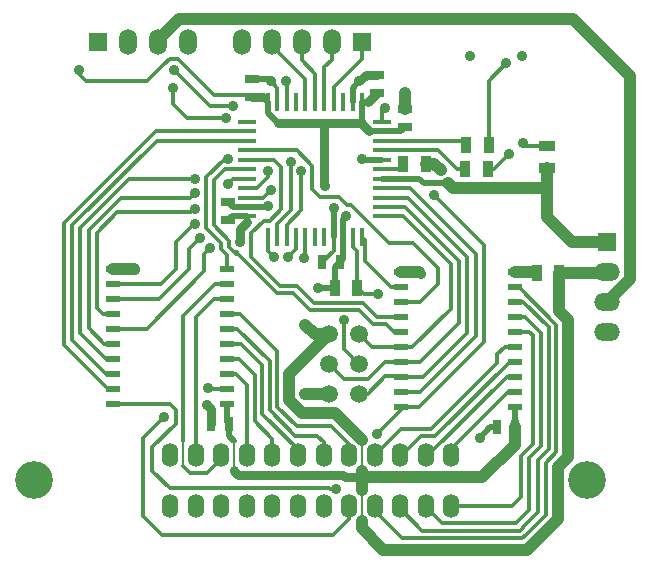
<source format=gbl>
G04 (created by PCBNEW-RS274X (2012-07-14 BZR 3647)-testing) date Mon 16 Jul 2012 01:01:47 AM EEST*
%MOIN*%
G04 Gerber Fmt 3.4, Leading zero omitted, Abs format*
%FSLAX34Y34*%
G01*
G70*
G90*
G04 APERTURE LIST*
%ADD10C,0.006*%
%ADD11C,0.126*%
%ADD12O,0.0551X0.0787*%
%ADD13R,0.06X0.06*%
%ADD14O,0.0591X0.0866*%
%ADD15O,0.0866X0.0591*%
%ADD16R,0.05X0.02*%
%ADD17R,0.035X0.055*%
%ADD18R,0.025X0.045*%
%ADD19R,0.045X0.025*%
%ADD20R,0.016X0.06*%
%ADD21R,0.06X0.016*%
%ADD22R,0.055X0.035*%
%ADD23C,0.0591*%
%ADD24C,0.0354*%
%ADD25C,0.035*%
%ADD26C,0.0315*%
%ADD27C,0.008*%
%ADD28C,0.0394*%
%ADD29C,0.0197*%
%ADD30C,0.0138*%
%ADD31C,0.01*%
G04 APERTURE END LIST*
G54D10*
G54D11*
X50159Y-72598D03*
X68581Y-72598D03*
G54D12*
X59795Y-71754D03*
X60646Y-71754D03*
X61496Y-71754D03*
X62346Y-71754D03*
X63197Y-71754D03*
X64047Y-71754D03*
X58945Y-71754D03*
X58094Y-71754D03*
X57244Y-71754D03*
X56394Y-71754D03*
X55543Y-71754D03*
X54693Y-71754D03*
X54693Y-73442D03*
X57244Y-73442D03*
X58094Y-73442D03*
X58945Y-73442D03*
X59795Y-73442D03*
X60645Y-73442D03*
X61496Y-73442D03*
X62346Y-73442D03*
X63197Y-73442D03*
X64047Y-73442D03*
X55543Y-73442D03*
X56394Y-73442D03*
G54D13*
X61063Y-57972D03*
G54D14*
X60063Y-57972D03*
X59063Y-57972D03*
X58063Y-57972D03*
X57063Y-57972D03*
G54D13*
X52283Y-57972D03*
G54D14*
X53283Y-57972D03*
X54283Y-57972D03*
X55283Y-57972D03*
G54D13*
X69252Y-64665D03*
G54D15*
X69252Y-65665D03*
X69252Y-66665D03*
X69252Y-67665D03*
G54D16*
X66172Y-65644D03*
X66172Y-66144D03*
X66172Y-66644D03*
X66172Y-67144D03*
X66172Y-67644D03*
X66172Y-68144D03*
X66172Y-68644D03*
X66172Y-69144D03*
X66172Y-69644D03*
X66172Y-70144D03*
X62372Y-70144D03*
X62372Y-69644D03*
X62372Y-69144D03*
X62372Y-68644D03*
X62372Y-68144D03*
X62372Y-67644D03*
X62372Y-67144D03*
X62372Y-66644D03*
X62372Y-66144D03*
X62372Y-65644D03*
X56585Y-65545D03*
X56585Y-66045D03*
X56585Y-66545D03*
X56585Y-67045D03*
X56585Y-67545D03*
X56585Y-68045D03*
X56585Y-68545D03*
X56585Y-69045D03*
X56585Y-69545D03*
X56585Y-70045D03*
X52785Y-70045D03*
X52785Y-69545D03*
X52785Y-69045D03*
X52785Y-68545D03*
X52785Y-68045D03*
X52785Y-67545D03*
X52785Y-67045D03*
X52785Y-66545D03*
X52785Y-66045D03*
X52785Y-65545D03*
G54D17*
X66908Y-65669D03*
X67658Y-65669D03*
X65296Y-61417D03*
X64546Y-61417D03*
X65277Y-62224D03*
X64527Y-62224D03*
G54D18*
X66166Y-70827D03*
X65566Y-70827D03*
X56639Y-70709D03*
X56039Y-70709D03*
G54D19*
X56614Y-63322D03*
X56614Y-63922D03*
G54D20*
X59508Y-59974D03*
X59823Y-59974D03*
X60138Y-59974D03*
X60453Y-59974D03*
X60768Y-59974D03*
X61083Y-59974D03*
X59193Y-59974D03*
X58878Y-59974D03*
X58563Y-59974D03*
X58248Y-59974D03*
X57933Y-59974D03*
X59508Y-64474D03*
X59823Y-64474D03*
X60138Y-64474D03*
X60453Y-64474D03*
X60768Y-64474D03*
X61083Y-64474D03*
X59193Y-64474D03*
X58878Y-64474D03*
X58563Y-64474D03*
X58248Y-64474D03*
X57933Y-64474D03*
G54D21*
X61758Y-62224D03*
X57258Y-62224D03*
X61758Y-62539D03*
X57258Y-62539D03*
X57258Y-62854D03*
X61758Y-62854D03*
X61758Y-63169D03*
X57258Y-63169D03*
X57258Y-63484D03*
X61758Y-63484D03*
X61758Y-63799D03*
X57258Y-63799D03*
X57258Y-61909D03*
X61758Y-61909D03*
X61758Y-61594D03*
X57258Y-61594D03*
X57258Y-61279D03*
X61758Y-61279D03*
X61758Y-60964D03*
X57258Y-60964D03*
X57258Y-60649D03*
X61758Y-60649D03*
G54D17*
X60926Y-66181D03*
X60176Y-66181D03*
G54D22*
X67244Y-61436D03*
X67244Y-62186D03*
G54D17*
X62460Y-62047D03*
X63210Y-62047D03*
G54D19*
X57402Y-59808D03*
X57402Y-59208D03*
X62520Y-60812D03*
X62520Y-60212D03*
X61594Y-59670D03*
X61594Y-59070D03*
G54D23*
X60972Y-67720D03*
X59972Y-67720D03*
X60972Y-68720D03*
X59972Y-68720D03*
X60972Y-69720D03*
X59972Y-69720D03*
G54D24*
X66417Y-58435D03*
X64685Y-58435D03*
G54D18*
X60359Y-65315D03*
X59759Y-65315D03*
G54D25*
X51654Y-58917D03*
X59193Y-67402D03*
X59606Y-66201D03*
X59843Y-62795D03*
X60551Y-63780D03*
X57953Y-63465D03*
X55669Y-64528D03*
X58622Y-65157D03*
X56024Y-64843D03*
X59134Y-65197D03*
X56614Y-61870D03*
X58543Y-59291D03*
X58031Y-62913D03*
X55512Y-63543D03*
X56614Y-62717D03*
X55512Y-62559D03*
X57953Y-62283D03*
X55512Y-63031D03*
X55945Y-69528D03*
X54488Y-70472D03*
X59055Y-62283D03*
X56772Y-60118D03*
X54803Y-58917D03*
X60472Y-67264D03*
X61614Y-66398D03*
X58150Y-65157D03*
X55512Y-64055D03*
X61575Y-71063D03*
X60217Y-72894D03*
X61850Y-60177D03*
X63484Y-63091D03*
X58701Y-61969D03*
X56535Y-60512D03*
X54764Y-59508D03*
X55906Y-70079D03*
X65000Y-71181D03*
X63701Y-62264D03*
X59173Y-69724D03*
X57008Y-64646D03*
X62520Y-59685D03*
X60157Y-63504D03*
X58031Y-59291D03*
X61063Y-61890D03*
X60984Y-59291D03*
X63051Y-65709D03*
X53524Y-65591D03*
X66437Y-61358D03*
X65866Y-58701D03*
X65984Y-61732D03*
G54D26*
X56811Y-72244D02*
X56811Y-72283D01*
X60512Y-72500D02*
X61063Y-72500D01*
X60433Y-72421D02*
X60512Y-72500D01*
X56949Y-72421D02*
X60433Y-72421D01*
X56811Y-72283D02*
X56949Y-72421D01*
G54D27*
X61063Y-72500D02*
X61063Y-71240D01*
G54D28*
X58642Y-69902D02*
X59094Y-70354D01*
X59094Y-70354D02*
X60177Y-70354D01*
X60177Y-70354D02*
X60433Y-70610D01*
X58642Y-69050D02*
X59972Y-67720D01*
X60433Y-70610D02*
X61063Y-71240D01*
X58642Y-69050D02*
X58642Y-69902D01*
G54D27*
X61063Y-72500D02*
X61063Y-72441D01*
G54D28*
X61063Y-72500D02*
X61063Y-72441D01*
X61063Y-72441D02*
X61063Y-72283D01*
X61063Y-72500D02*
X61063Y-72933D01*
G54D27*
X61063Y-73957D02*
X61063Y-72933D01*
G54D28*
X66166Y-71412D02*
X65078Y-72500D01*
X66166Y-71314D02*
X66166Y-71412D01*
X66166Y-71314D02*
X66166Y-70827D01*
X65078Y-72500D02*
X61063Y-72500D01*
X61063Y-73957D02*
X61063Y-74173D01*
X67953Y-71811D02*
X67598Y-72166D01*
X67598Y-72166D02*
X67598Y-73894D01*
X67598Y-73894D02*
X66641Y-74851D01*
X67953Y-67245D02*
X67953Y-71654D01*
X67658Y-66950D02*
X67953Y-67245D01*
X67658Y-66950D02*
X67658Y-65669D01*
X67953Y-71654D02*
X67953Y-71811D01*
X66590Y-74902D02*
X66641Y-74851D01*
X61792Y-74902D02*
X66590Y-74902D01*
X61063Y-74173D02*
X61792Y-74902D01*
G54D27*
X61063Y-74370D02*
X61063Y-73957D01*
X56811Y-72264D02*
X56811Y-72244D01*
X56811Y-72244D02*
X56811Y-71299D01*
G54D29*
X56639Y-71127D02*
X56811Y-71299D01*
X56639Y-71127D02*
X56639Y-70709D01*
X56585Y-70045D02*
X56585Y-70655D01*
X56585Y-70655D02*
X56639Y-70709D01*
X66172Y-70144D02*
X66172Y-70821D01*
X66172Y-70821D02*
X66166Y-70827D01*
G54D30*
X51654Y-58917D02*
X51654Y-59056D01*
X56142Y-59744D02*
X57338Y-59744D01*
X57402Y-59808D02*
X57338Y-59744D01*
X54488Y-58720D02*
X54665Y-58543D01*
X54941Y-58543D02*
X55276Y-58878D01*
X54665Y-58543D02*
X54941Y-58543D01*
X55276Y-58878D02*
X56142Y-59744D01*
X53917Y-59291D02*
X54488Y-58720D01*
X51889Y-59291D02*
X53917Y-59291D01*
X51654Y-59056D02*
X51889Y-59291D01*
G54D28*
X59511Y-67720D02*
X59193Y-67402D01*
X59511Y-67720D02*
X59972Y-67720D01*
G54D29*
X60176Y-66181D02*
X59626Y-66181D01*
X59626Y-66181D02*
X59606Y-66201D01*
X60453Y-64474D02*
X60453Y-65221D01*
X60176Y-65498D02*
X60176Y-66181D01*
X60453Y-65221D02*
X60176Y-65498D01*
G54D26*
X59803Y-60669D02*
X58267Y-60669D01*
G54D29*
X57933Y-60335D02*
X57933Y-59974D01*
X58267Y-60669D02*
X57933Y-60335D01*
G54D28*
X67658Y-65669D02*
X69248Y-65669D01*
G54D30*
X69248Y-65669D02*
X69252Y-65665D01*
G54D29*
X57258Y-63484D02*
X56776Y-63484D01*
X56776Y-63484D02*
X56614Y-63322D01*
G54D26*
X59803Y-60669D02*
X59803Y-62755D01*
G54D30*
X59803Y-62755D02*
X59843Y-62795D01*
G54D29*
X60453Y-64474D02*
X60453Y-63878D01*
X60453Y-63878D02*
X60551Y-63780D01*
G54D30*
X57934Y-63484D02*
X57953Y-63465D01*
G54D29*
X57934Y-63484D02*
X57258Y-63484D01*
G54D26*
X59803Y-60669D02*
X61083Y-60669D01*
G54D29*
X61083Y-59974D02*
X61083Y-60669D01*
G54D30*
X61083Y-60669D02*
X61083Y-60728D01*
G54D26*
X61083Y-60728D02*
X61319Y-60964D01*
G54D29*
X61319Y-60964D02*
X61758Y-60964D01*
G54D26*
X57402Y-59808D02*
X57767Y-59808D01*
G54D29*
X57767Y-59808D02*
X57933Y-59974D01*
G54D30*
X56457Y-63322D02*
X56590Y-63322D01*
G54D29*
X61083Y-59974D02*
X61290Y-59974D01*
G54D26*
X61290Y-59974D02*
X61594Y-59670D01*
G54D29*
X61758Y-60964D02*
X62368Y-60964D01*
X62368Y-60964D02*
X62520Y-60812D01*
G54D30*
X55315Y-64882D02*
X55669Y-64528D01*
X55315Y-65551D02*
X54321Y-66545D01*
X54321Y-66545D02*
X53888Y-66545D01*
X53888Y-66545D02*
X52785Y-66545D01*
X55315Y-65551D02*
X55315Y-64882D01*
X58878Y-64901D02*
X58622Y-65157D01*
X58878Y-64474D02*
X58878Y-64901D01*
X55543Y-71754D02*
X55543Y-67154D01*
X56152Y-66545D02*
X56585Y-66545D01*
X55543Y-67154D02*
X56152Y-66545D01*
X55827Y-65040D02*
X56024Y-64843D01*
X53912Y-67545D02*
X55827Y-65630D01*
X53597Y-67545D02*
X52785Y-67545D01*
X53597Y-67545D02*
X53912Y-67545D01*
X55827Y-65630D02*
X55827Y-65040D01*
X59193Y-64474D02*
X59193Y-65138D01*
X59134Y-65197D02*
X59193Y-65138D01*
X59528Y-71102D02*
X59586Y-71102D01*
X59528Y-71102D02*
X58858Y-71102D01*
X58858Y-71102D02*
X57996Y-70240D01*
X57996Y-70240D02*
X57996Y-68626D01*
X57996Y-68626D02*
X56915Y-67545D01*
X56585Y-67545D02*
X56915Y-67545D01*
X59795Y-71311D02*
X59795Y-71754D01*
X59586Y-71102D02*
X59795Y-71311D01*
X56585Y-65075D02*
X56378Y-64868D01*
X56378Y-64868D02*
X56378Y-64685D01*
X56378Y-64685D02*
X55866Y-64173D01*
X55866Y-64173D02*
X55866Y-62500D01*
X56585Y-65545D02*
X56585Y-65075D01*
X56496Y-61870D02*
X55866Y-62500D01*
X56614Y-61870D02*
X56496Y-61870D01*
X58563Y-59974D02*
X58563Y-59311D01*
X58563Y-59311D02*
X58543Y-59291D01*
X61758Y-62854D02*
X62677Y-62854D01*
X63014Y-69644D02*
X62372Y-69644D01*
X64862Y-67796D02*
X63014Y-69644D01*
X64862Y-65039D02*
X64862Y-67796D01*
X62677Y-62854D02*
X64862Y-65039D01*
X66172Y-69644D02*
X65947Y-69644D01*
X64047Y-71544D02*
X64047Y-71754D01*
X65947Y-69644D02*
X64047Y-71544D01*
X61850Y-69134D02*
X61264Y-69720D01*
X62362Y-69134D02*
X61850Y-69134D01*
X62372Y-69144D02*
X62362Y-69134D01*
X61264Y-69720D02*
X60972Y-69720D01*
X61758Y-63169D02*
X62617Y-63169D01*
X63120Y-69144D02*
X62372Y-69144D01*
X64587Y-67677D02*
X63120Y-69144D01*
X64587Y-65139D02*
X64587Y-67677D01*
X62617Y-63169D02*
X64587Y-65139D01*
X63197Y-71754D02*
X63285Y-71754D01*
X65895Y-69144D02*
X66172Y-69144D01*
X63285Y-71754D02*
X65895Y-69144D01*
X61280Y-69213D02*
X61849Y-68644D01*
X60465Y-69213D02*
X61280Y-69213D01*
X59972Y-68720D02*
X60465Y-69213D01*
X61849Y-68644D02*
X62372Y-68644D01*
X61758Y-63484D02*
X62519Y-63484D01*
X63010Y-68644D02*
X62372Y-68644D01*
X64311Y-67343D02*
X63010Y-68644D01*
X64311Y-65276D02*
X64311Y-67343D01*
X62519Y-63484D02*
X64311Y-65276D01*
X62346Y-71754D02*
X62400Y-71754D01*
X63032Y-71122D02*
X63524Y-71122D01*
X62400Y-71754D02*
X63032Y-71122D01*
X62346Y-71754D02*
X62498Y-71754D01*
X66002Y-68644D02*
X66172Y-68644D01*
X63524Y-71122D02*
X66002Y-68644D01*
X60972Y-67720D02*
X61396Y-68144D01*
X61396Y-68144D02*
X62372Y-68144D01*
X61758Y-63799D02*
X62441Y-63799D01*
X62761Y-68144D02*
X62372Y-68144D01*
X64035Y-66870D02*
X62761Y-68144D01*
X64035Y-65393D02*
X64035Y-66870D01*
X62441Y-63799D02*
X64035Y-65393D01*
X61496Y-71754D02*
X61496Y-71753D01*
X65832Y-68144D02*
X66172Y-68144D01*
X65591Y-68385D02*
X65832Y-68144D01*
X65591Y-68680D02*
X65591Y-68385D01*
X63389Y-70882D02*
X65591Y-68680D01*
X62367Y-70882D02*
X63389Y-70882D01*
X61496Y-71753D02*
X62367Y-70882D01*
X62372Y-67644D02*
X62130Y-67644D01*
X56890Y-65000D02*
X56890Y-65040D01*
X58232Y-66342D02*
X56890Y-65000D01*
X58780Y-66342D02*
X58232Y-66342D01*
X59351Y-66913D02*
X58780Y-66342D01*
X60984Y-66913D02*
X59351Y-66913D01*
X61455Y-67384D02*
X60984Y-66913D01*
X61870Y-67384D02*
X61455Y-67384D01*
X62130Y-67644D02*
X61870Y-67384D01*
X56654Y-64607D02*
X56142Y-64095D01*
X56654Y-64804D02*
X56654Y-64607D01*
X56850Y-65000D02*
X56890Y-65040D01*
X56890Y-65040D02*
X56654Y-64804D01*
X56904Y-65000D02*
X56850Y-65000D01*
X57258Y-62224D02*
X56517Y-62224D01*
X56142Y-62599D02*
X56142Y-64095D01*
X56517Y-62224D02*
X56142Y-62599D01*
X66772Y-71378D02*
X66378Y-71772D01*
X66378Y-71772D02*
X66378Y-73149D01*
X66172Y-67644D02*
X66660Y-67644D01*
X66772Y-67756D02*
X66772Y-70925D01*
X66660Y-67644D02*
X66772Y-67756D01*
X66772Y-70925D02*
X66772Y-71378D01*
X66378Y-73149D02*
X66085Y-73442D01*
X66085Y-73442D02*
X64047Y-73442D01*
X62372Y-67144D02*
X61573Y-67144D01*
X57382Y-64350D02*
X57795Y-63937D01*
X57795Y-63937D02*
X58009Y-63937D01*
X58009Y-63937D02*
X58386Y-63560D01*
X58386Y-63560D02*
X58386Y-63347D01*
X58129Y-61909D02*
X57258Y-61909D01*
X58386Y-62166D02*
X58129Y-61909D01*
X58386Y-63347D02*
X58386Y-62166D01*
X57382Y-65138D02*
X57382Y-64351D01*
X57382Y-64351D02*
X57382Y-64350D01*
X58346Y-66102D02*
X57382Y-65138D01*
X58897Y-66102D02*
X58346Y-66102D01*
X59468Y-66673D02*
X58897Y-66102D01*
X61102Y-66673D02*
X59468Y-66673D01*
X61573Y-67144D02*
X61102Y-66673D01*
X63197Y-73442D02*
X63197Y-73473D01*
X67047Y-71457D02*
X66654Y-71850D01*
X66654Y-71850D02*
X66654Y-73583D01*
X66654Y-73583D02*
X66339Y-73898D01*
X67047Y-71064D02*
X67047Y-70217D01*
X67047Y-71064D02*
X67047Y-71457D01*
X66221Y-74016D02*
X66339Y-73898D01*
X63740Y-74016D02*
X66221Y-74016D01*
X63197Y-73473D02*
X63740Y-74016D01*
X66172Y-67144D02*
X66514Y-67144D01*
X67047Y-70217D02*
X67047Y-70217D01*
X67047Y-67677D02*
X67047Y-70217D01*
X66514Y-67144D02*
X67047Y-67677D01*
X62008Y-64685D02*
X61968Y-64685D01*
X58897Y-61594D02*
X57258Y-61594D01*
X59409Y-62106D02*
X58897Y-61594D01*
X59409Y-62874D02*
X59409Y-62106D01*
X59685Y-63150D02*
X59409Y-62874D01*
X60315Y-63150D02*
X59685Y-63150D01*
X60590Y-63425D02*
X60315Y-63150D01*
X60708Y-63425D02*
X60590Y-63425D01*
X61968Y-64685D02*
X60708Y-63425D01*
X62372Y-66644D02*
X63021Y-66644D01*
X62775Y-64685D02*
X62008Y-64685D01*
X62008Y-64685D02*
X61988Y-64685D01*
X63602Y-65512D02*
X62775Y-64685D01*
X63602Y-66063D02*
X63602Y-65512D01*
X63021Y-66644D02*
X63602Y-66063D01*
X62346Y-73442D02*
X62346Y-73527D01*
X67304Y-71554D02*
X66929Y-71929D01*
X66929Y-71929D02*
X66929Y-73662D01*
X66929Y-73662D02*
X66437Y-74154D01*
X66447Y-66644D02*
X66172Y-66644D01*
X67303Y-67500D02*
X66447Y-66644D01*
X67303Y-70335D02*
X67303Y-67500D01*
X67304Y-70334D02*
X67303Y-70335D01*
X67304Y-71181D02*
X67304Y-70334D01*
X67304Y-71181D02*
X67304Y-71554D01*
X66437Y-74168D02*
X66437Y-74154D01*
X66333Y-74272D02*
X66437Y-74168D01*
X63091Y-74272D02*
X66333Y-74272D01*
X62346Y-73527D02*
X63091Y-74272D01*
X62372Y-66144D02*
X62050Y-66144D01*
X61181Y-64572D02*
X61083Y-64474D01*
X61181Y-65275D02*
X61181Y-64572D01*
X62050Y-66144D02*
X61181Y-65275D01*
X61496Y-73442D02*
X61496Y-73602D01*
X67560Y-71652D02*
X67205Y-72007D01*
X67205Y-72007D02*
X67205Y-73739D01*
X67205Y-73739D02*
X66535Y-74409D01*
X66301Y-66144D02*
X66172Y-66144D01*
X67560Y-70419D02*
X67560Y-71298D01*
X67559Y-70420D02*
X67560Y-70419D01*
X67559Y-67402D02*
X67559Y-70420D01*
X66301Y-66144D02*
X67559Y-67402D01*
X67560Y-71298D02*
X67560Y-71652D01*
X66416Y-74528D02*
X66535Y-74409D01*
X62422Y-74528D02*
X66416Y-74528D01*
X61496Y-73602D02*
X62422Y-74528D01*
X57775Y-63169D02*
X58031Y-62913D01*
X57258Y-63169D02*
X57775Y-63169D01*
X55392Y-63663D02*
X55512Y-63543D01*
X55392Y-63663D02*
X52916Y-63663D01*
X52439Y-67045D02*
X52244Y-66850D01*
X52244Y-66850D02*
X52244Y-64335D01*
X52244Y-64335D02*
X52916Y-63663D01*
X52916Y-63663D02*
X52918Y-63661D01*
X52439Y-67045D02*
X52785Y-67045D01*
X59686Y-70787D02*
X60039Y-70787D01*
X59686Y-70787D02*
X58897Y-70787D01*
X58897Y-70787D02*
X58248Y-70138D01*
X58248Y-70138D02*
X58248Y-68268D01*
X58248Y-68268D02*
X57025Y-67045D01*
X56585Y-67045D02*
X57025Y-67045D01*
X60646Y-71394D02*
X60646Y-71754D01*
X60039Y-70787D02*
X60646Y-71394D01*
X60138Y-59974D02*
X60138Y-59488D01*
X61063Y-58563D02*
X61063Y-57972D01*
X60138Y-59488D02*
X61063Y-58563D01*
X59823Y-59974D02*
X59823Y-58819D01*
X60063Y-58579D02*
X60063Y-57972D01*
X59823Y-58819D02*
X60063Y-58579D01*
X59508Y-59974D02*
X59508Y-59036D01*
X59063Y-58591D02*
X59063Y-57972D01*
X59508Y-59036D02*
X59063Y-58591D01*
X58063Y-57972D02*
X58063Y-58102D01*
X59193Y-59232D02*
X58563Y-58602D01*
X59193Y-59232D02*
X59193Y-59974D01*
X58063Y-58102D02*
X58563Y-58602D01*
X52785Y-69045D02*
X52549Y-69045D01*
X54232Y-61279D02*
X57258Y-61279D01*
X51417Y-64094D02*
X54232Y-61279D01*
X51417Y-67913D02*
X51417Y-64094D01*
X52549Y-69045D02*
X51417Y-67913D01*
X57244Y-71754D02*
X57244Y-69409D01*
X56880Y-69045D02*
X56585Y-69045D01*
X57244Y-69409D02*
X56880Y-69045D01*
X56792Y-62539D02*
X56614Y-62717D01*
X57258Y-62539D02*
X56792Y-62539D01*
X53308Y-62559D02*
X53150Y-62717D01*
X52561Y-68545D02*
X51694Y-67678D01*
X51694Y-67678D02*
X51694Y-67599D01*
X51694Y-64173D02*
X53150Y-62717D01*
X51694Y-67599D02*
X51694Y-64173D01*
X52561Y-68545D02*
X52785Y-68545D01*
X55512Y-62559D02*
X53308Y-62559D01*
X52785Y-68545D02*
X52640Y-68545D01*
X58094Y-71754D02*
X58094Y-71224D01*
X58094Y-71224D02*
X57500Y-70630D01*
X58094Y-71754D02*
X58094Y-71732D01*
X56970Y-68545D02*
X56585Y-68545D01*
X57500Y-70630D02*
X57500Y-69075D01*
X57500Y-69075D02*
X56970Y-68545D01*
X57258Y-62854D02*
X57579Y-62854D01*
X57953Y-62480D02*
X57953Y-62283D01*
X57579Y-62854D02*
X57953Y-62480D01*
X55354Y-63189D02*
X55512Y-63031D01*
X55354Y-63189D02*
X53032Y-63189D01*
X52494Y-68045D02*
X51968Y-67519D01*
X51968Y-67519D02*
X51968Y-64253D01*
X51968Y-64253D02*
X53032Y-63189D01*
X53032Y-63189D02*
X53032Y-63189D01*
X52785Y-68045D02*
X52494Y-68045D01*
X58945Y-71754D02*
X58945Y-71563D01*
X57756Y-70374D02*
X57756Y-70240D01*
X58945Y-71563D02*
X57756Y-70374D01*
X58945Y-71754D02*
X58781Y-71754D01*
X57061Y-68045D02*
X56585Y-68045D01*
X57756Y-70240D02*
X57756Y-68740D01*
X57756Y-68740D02*
X57061Y-68045D01*
X51142Y-64017D02*
X51142Y-67716D01*
X52616Y-69545D02*
X51142Y-68071D01*
X51142Y-68071D02*
X51142Y-67716D01*
X52616Y-69545D02*
X52785Y-69545D01*
X51142Y-64017D02*
X51142Y-64016D01*
X51142Y-64016D02*
X51142Y-64017D01*
X57258Y-60964D02*
X54195Y-60964D01*
X54195Y-60964D02*
X51142Y-64017D01*
X55962Y-69545D02*
X55945Y-69528D01*
X56585Y-69545D02*
X55962Y-69545D01*
X60645Y-73883D02*
X60645Y-73442D01*
X60119Y-74409D02*
X60645Y-73883D01*
X54409Y-74409D02*
X60119Y-74409D01*
X53780Y-73780D02*
X54409Y-74409D01*
X53780Y-71180D02*
X53780Y-73780D01*
X54488Y-70472D02*
X53780Y-71180D01*
X54803Y-58917D02*
X56004Y-60118D01*
X58563Y-64075D02*
X59055Y-63583D01*
X59055Y-63583D02*
X59055Y-62283D01*
X58563Y-64474D02*
X58563Y-64075D01*
X56004Y-60118D02*
X56772Y-60118D01*
X60926Y-66181D02*
X61143Y-66398D01*
X60472Y-68220D02*
X60972Y-68720D01*
X60472Y-67264D02*
X60472Y-68220D01*
X61143Y-66398D02*
X61614Y-66398D01*
X60768Y-64474D02*
X60768Y-64823D01*
X60906Y-66161D02*
X60926Y-66181D01*
X60906Y-64961D02*
X60906Y-66161D01*
X60768Y-64823D02*
X60906Y-64961D01*
X57933Y-64474D02*
X57933Y-64940D01*
X57933Y-64940D02*
X58150Y-65157D01*
X54389Y-66045D02*
X54882Y-65552D01*
X54882Y-65552D02*
X54882Y-64646D01*
X54389Y-66045D02*
X53661Y-66045D01*
X55473Y-64055D02*
X54882Y-64646D01*
X55512Y-64055D02*
X55473Y-64055D01*
X52785Y-66045D02*
X53661Y-66045D01*
X53661Y-66045D02*
X53680Y-66045D01*
G54D27*
X55118Y-71260D02*
X55118Y-72126D01*
G54D30*
X56394Y-71894D02*
X55926Y-72362D01*
X55926Y-72362D02*
X55354Y-72362D01*
X55354Y-72362D02*
X55118Y-72126D01*
X56394Y-71894D02*
X56394Y-71754D01*
X56585Y-66045D02*
X56179Y-66045D01*
X55118Y-67106D02*
X55118Y-71260D01*
X55118Y-71260D02*
X55118Y-71280D01*
X56179Y-66045D02*
X55118Y-67106D01*
X60217Y-72894D02*
X60020Y-72894D01*
X62372Y-70266D02*
X61575Y-71063D01*
G54D31*
X62372Y-70144D02*
X62372Y-70266D01*
G54D30*
X54687Y-70045D02*
X52785Y-70045D01*
X54094Y-71497D02*
X54094Y-72283D01*
X54878Y-70713D02*
X54094Y-71497D01*
X54878Y-70236D02*
X54878Y-70713D01*
X54687Y-70045D02*
X54878Y-70236D01*
X54665Y-72854D02*
X54094Y-72283D01*
X59980Y-72854D02*
X54665Y-72854D01*
X60020Y-72894D02*
X59980Y-72854D01*
X62372Y-70144D02*
X62986Y-70144D01*
X61758Y-60269D02*
X61758Y-60649D01*
X61850Y-60177D02*
X61758Y-60269D01*
X65157Y-64764D02*
X63484Y-63091D01*
X65157Y-67973D02*
X65157Y-64764D01*
X62986Y-70144D02*
X65157Y-67973D01*
X55237Y-60512D02*
X54764Y-60039D01*
X56535Y-60512D02*
X55512Y-60512D01*
X58248Y-64037D02*
X58701Y-63584D01*
X58701Y-63584D02*
X58701Y-61969D01*
X58248Y-64037D02*
X58248Y-64474D01*
X55512Y-60512D02*
X55237Y-60512D01*
X54764Y-59508D02*
X54764Y-60039D01*
G54D26*
X56039Y-70709D02*
X56039Y-70212D01*
X56039Y-70212D02*
X55906Y-70079D01*
G54D29*
X65354Y-70827D02*
X65000Y-71181D01*
X65354Y-70827D02*
X65566Y-70827D01*
G54D30*
X60138Y-64474D02*
X60138Y-64936D01*
X60138Y-64936D02*
X59759Y-65315D01*
G54D28*
X63210Y-62047D02*
X63484Y-62047D01*
X63484Y-62047D02*
X63701Y-62264D01*
X59972Y-69720D02*
X59968Y-69724D01*
X59968Y-69724D02*
X59173Y-69724D01*
G54D26*
X57008Y-64232D02*
X57258Y-63982D01*
G54D29*
X57258Y-63982D02*
X57258Y-63799D01*
G54D26*
X57008Y-64646D02*
X57008Y-64232D01*
G54D29*
X60768Y-59974D02*
X60768Y-59507D01*
X60768Y-59507D02*
X60984Y-59291D01*
G54D28*
X62520Y-60212D02*
X62520Y-59685D01*
G54D29*
X57258Y-63799D02*
X56737Y-63799D01*
X56737Y-63799D02*
X56614Y-63922D01*
X60138Y-63523D02*
X60138Y-64474D01*
G54D30*
X60138Y-63523D02*
X60157Y-63504D01*
X58248Y-59974D02*
X58248Y-59508D01*
X58248Y-59508D02*
X58031Y-59291D01*
G54D29*
X57402Y-59208D02*
X57948Y-59208D01*
G54D30*
X57948Y-59208D02*
X58031Y-59291D01*
G54D29*
X61758Y-61909D02*
X61043Y-61909D01*
G54D30*
X61043Y-61909D02*
X61062Y-61890D01*
X61062Y-61890D02*
X61063Y-61890D01*
G54D26*
X61205Y-59070D02*
X60984Y-59291D01*
X61205Y-59070D02*
X61594Y-59070D01*
G54D30*
X62986Y-65644D02*
X63051Y-65709D01*
G54D28*
X62372Y-65644D02*
X62986Y-65644D01*
G54D30*
X53478Y-65545D02*
X53524Y-65591D01*
G54D28*
X52785Y-65545D02*
X53478Y-65545D01*
G54D30*
X61758Y-61279D02*
X64408Y-61279D01*
X64408Y-61279D02*
X64546Y-61417D01*
X61758Y-62224D02*
X62283Y-62224D01*
X62283Y-62224D02*
X62460Y-62047D01*
X66437Y-61358D02*
X66515Y-61436D01*
X66515Y-61436D02*
X67244Y-61436D01*
X65296Y-61417D02*
X65296Y-59271D01*
X65296Y-59271D02*
X65866Y-58701D01*
X61758Y-61594D02*
X63601Y-61594D01*
X64231Y-62224D02*
X64527Y-62224D01*
X63601Y-61594D02*
X64231Y-62224D01*
X65492Y-62224D02*
X65984Y-61732D01*
X65277Y-62224D02*
X65492Y-62224D01*
G54D28*
X66172Y-65644D02*
X66883Y-65644D01*
G54D30*
X66883Y-65644D02*
X66908Y-65669D01*
G54D29*
X61758Y-62539D02*
X62991Y-62539D01*
G54D28*
X64114Y-62854D02*
X67244Y-62854D01*
X63957Y-62697D02*
X64114Y-62854D01*
G54D29*
X63149Y-62697D02*
X63957Y-62697D01*
X62991Y-62539D02*
X63149Y-62697D01*
G54D28*
X67244Y-62186D02*
X67244Y-62854D01*
X67244Y-62854D02*
X67244Y-63819D01*
X68090Y-64665D02*
X69252Y-64665D01*
X67244Y-63819D02*
X68090Y-64665D01*
G54D30*
X54283Y-57972D02*
X54283Y-57922D01*
G54D28*
X70020Y-65897D02*
X69252Y-66665D01*
X70020Y-59134D02*
X70020Y-65897D01*
X68110Y-57224D02*
X70020Y-59134D01*
X54981Y-57224D02*
X68110Y-57224D01*
X54283Y-57922D02*
X54981Y-57224D01*
M02*

</source>
